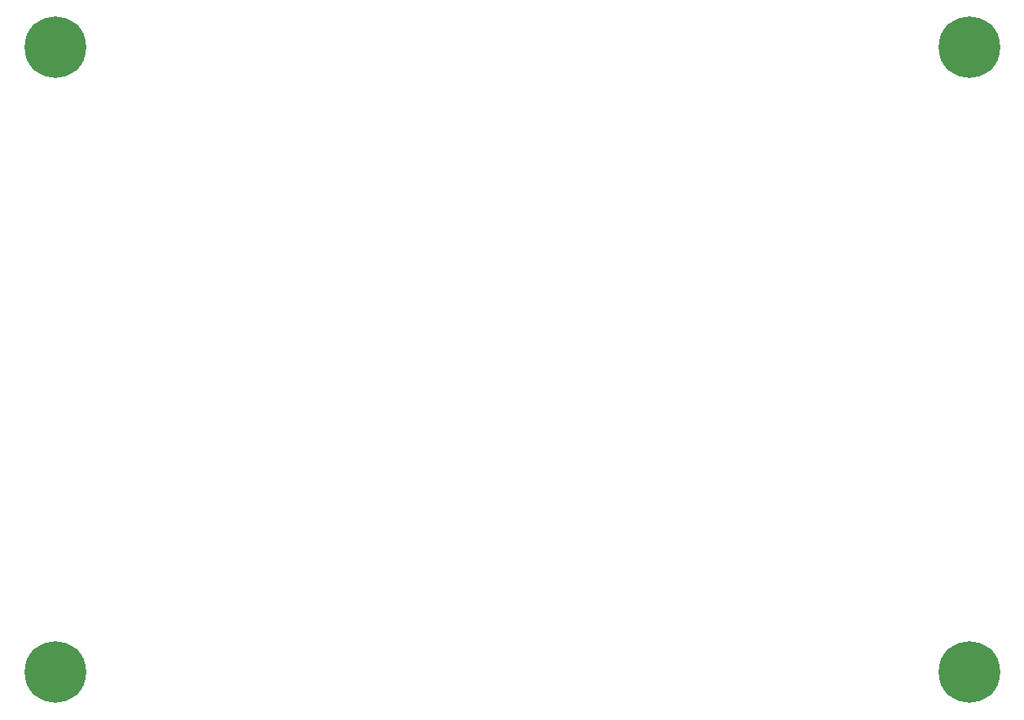
<source format=gbr>
%TF.GenerationSoftware,KiCad,Pcbnew,(5.1.9)-1*%
%TF.CreationDate,2023-02-05T22:42:43+09:00*%
%TF.ProjectId,test,74657374-2e6b-4696-9361-645f70636258,rev?*%
%TF.SameCoordinates,Original*%
%TF.FileFunction,Copper,L2,Bot*%
%TF.FilePolarity,Positive*%
%FSLAX46Y46*%
G04 Gerber Fmt 4.6, Leading zero omitted, Abs format (unit mm)*
G04 Created by KiCad (PCBNEW (5.1.9)-1) date 2023-02-05 22:42:43*
%MOMM*%
%LPD*%
G01*
G04 APERTURE LIST*
%TA.AperFunction,ComponentPad*%
%ADD10C,6.400000*%
%TD*%
%TA.AperFunction,ComponentPad*%
%ADD11C,0.800000*%
%TD*%
G04 APERTURE END LIST*
D10*
%TO.P,REF\u002A\u002A,1*%
%TO.N,N/C*%
X180000000Y-80000000D03*
D11*
X182400000Y-80000000D03*
X181697056Y-81697056D03*
X180000000Y-82400000D03*
X178302944Y-81697056D03*
X177600000Y-80000000D03*
X178302944Y-78302944D03*
X180000000Y-77600000D03*
X181697056Y-78302944D03*
%TD*%
D10*
%TO.P,REF\u002A\u002A,1*%
%TO.N,N/C*%
X180000000Y-145000000D03*
D11*
X182400000Y-145000000D03*
X181697056Y-146697056D03*
X180000000Y-147400000D03*
X178302944Y-146697056D03*
X177600000Y-145000000D03*
X178302944Y-143302944D03*
X180000000Y-142600000D03*
X181697056Y-143302944D03*
%TD*%
D10*
%TO.P,REF\u002A\u002A,1*%
%TO.N,N/C*%
X85000000Y-145000000D03*
D11*
X87400000Y-145000000D03*
X86697056Y-146697056D03*
X85000000Y-147400000D03*
X83302944Y-146697056D03*
X82600000Y-145000000D03*
X83302944Y-143302944D03*
X85000000Y-142600000D03*
X86697056Y-143302944D03*
%TD*%
%TO.P,REF\u002A\u002A,1*%
%TO.N,N/C*%
X86697056Y-78302944D03*
X85000000Y-77600000D03*
X83302944Y-78302944D03*
X82600000Y-80000000D03*
X83302944Y-81697056D03*
X85000000Y-82400000D03*
X86697056Y-81697056D03*
X87400000Y-80000000D03*
D10*
X85000000Y-80000000D03*
%TD*%
M02*

</source>
